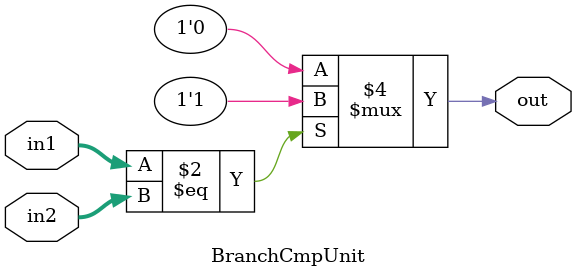
<source format=v>
module BranchCmpUnit(
    input [31:0] in1,
    input [31:0] in2,
    output reg out
);

always @(*)
begin
    if (in1 == in2)
        out = 1;
    else    
        out = 0;    
end


endmodule

</source>
